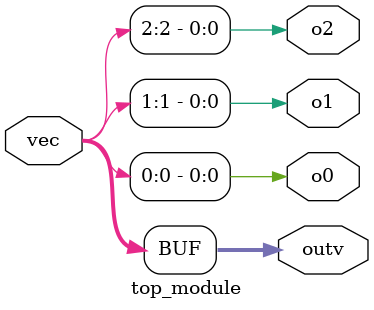
<source format=v>
module top_module ( 
    input [2:0] vec,
    output [2:0] outv,
    output o0, o1, o2
);
    assign outv = vec;
    assign o0 = vec[0];
    assign o1 = vec[1];
    assign o2 = vec[2];
endmodule
</source>
